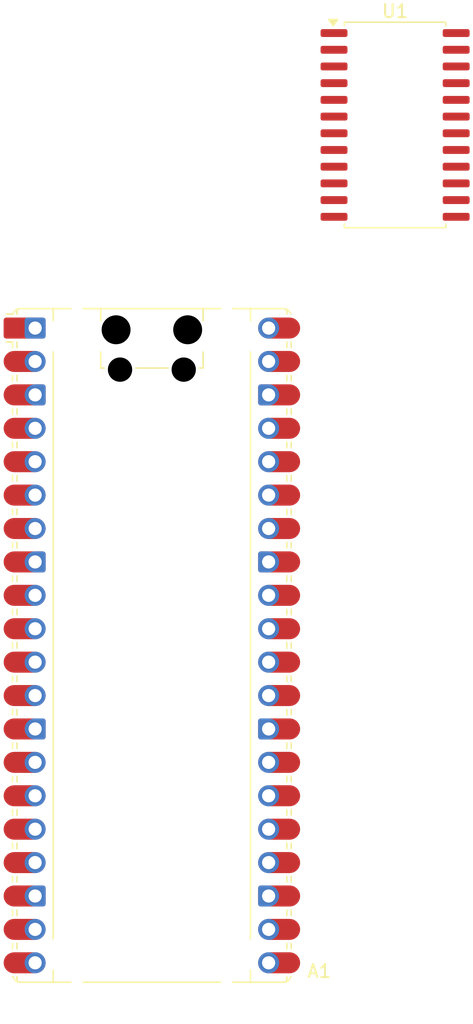
<source format=kicad_pcb>
(kicad_pcb (version 20241229) (generator "pcbnew") (generator_version "9.0")
  (layers (0 "F.Cu" signal) (2 "B.Cu" signal) (13 "F.Paste" user) (15 "B.Paste" user) (5 "F.SilkS" user "F.Silkscreen") (7 "B.SilkS" user "B.Silkscreen") (1 "F.Mask" user) (3 "B.Mask" user) (25 "Edge.Cuts" user))
  (net 0 "")
  (net 11 "Net-(A1-GND-Pad13)")
  (net 13 "/MTP_BIN_0")
  (footprint "Package_SO:SOIC-24W_7.5x15.4mm_P1.27mm" (layer "F.Cu") (at 30.085 8.075)
    (property "Reference" "U1" (at 0 -8.65 0) (layer "F.SilkS"))
    (property "Value" "CD74HC4067M")
    (fp_line (start -3.86 -7.81) (end -3.86 -7.545) (stroke (width 0.12)) (layer "F.SilkS"))
    (fp_line (start -3.86 7.81) (end -3.86 7.545) (stroke (width 0.12)) (layer "F.SilkS"))
    (fp_line (start 0 -7.81) (end -3.86 -7.81) (stroke (width 0.12)) (layer "F.SilkS"))
    (fp_line (start 0 -7.81) (end 3.86 -7.81) (stroke (width 0.12)) (layer "F.SilkS"))
    (fp_line (start 0 7.81) (end -3.86 7.81) (stroke (width 0.12)) (layer "F.SilkS"))
    (fp_line (start 0 7.81) (end 3.86 7.81) (stroke (width 0.12)) (layer "F.SilkS"))
    (fp_line (start 3.86 -7.81) (end 3.86 -7.545) (stroke (width 0.12)) (layer "F.SilkS"))
    (fp_line (start 3.86 7.81) (end 3.86 7.545) (stroke (width 0.12)) (layer "F.SilkS"))
    (fp_poly (pts (xy -4.7125 -7.545) (xy -5.0525 -8.015) (xy -4.3725 -8.015)) (stroke (width 0.12)) (fill yes) (layer "F.SilkS"))
    (pad "1" smd roundrect (at -4.65 -6.985) (size 2.05 0.6) (layers "F.Cu" "F.Mask" "F.Paste"))
    (pad "2" smd roundrect (at -4.65 -5.715) (size 2.05 0.6) (layers "F.Cu" "F.Mask" "F.Paste"))
    (pad "3" smd roundrect (at -4.65 -4.445) (size 2.05 0.6) (layers "F.Cu" "F.Mask" "F.Paste"))
    (pad "4" smd roundrect (at -4.65 -3.175) (size 2.05 0.6) (layers "F.Cu" "F.Mask" "F.Paste"))
    (pad "5" smd roundrect (at -4.65 -1.905) (size 2.05 0.6) (layers "F.Cu" "F.Mask" "F.Paste"))
    (pad "6" smd roundrect (at -4.65 -0.635) (size 2.05 0.6) (layers "F.Cu" "F.Mask" "F.Paste"))
    (pad "7" smd roundrect (at -4.65 0.635) (size 2.05 0.6) (layers "F.Cu" "F.Mask" "F.Paste"))
    (pad "8" smd roundrect (at -4.65 1.905) (size 2.05 0.6) (layers "F.Cu" "F.Mask" "F.Paste"))
    (pad "9" smd roundrect (at -4.65 3.175) (size 2.05 0.6) (layers "F.Cu" "F.Mask" "F.Paste"))
    (pad "10" smd roundrect (at -4.65 4.445) (size 2.05 0.6) (layers "F.Cu" "F.Mask" "F.Paste") (net 13 "/MTP_BIN_0"))
    (pad "11" smd roundrect (at -4.65 5.715) (size 2.05 0.6) (layers "F.Cu" "F.Mask" "F.Paste"))
    (pad "12" smd roundrect (at -4.65 6.985) (size 2.05 0.6) (layers "F.Cu" "F.Mask" "F.Paste"))
    (pad "13" smd roundrect (at 4.65 6.985) (size 2.05 0.6) (layers "F.Cu" "F.Mask" "F.Paste"))
    (pad "14" smd roundrect (at 4.65 5.715) (size 2.05 0.6) (layers "F.Cu" "F.Mask" "F.Paste"))
    (pad "15" smd roundrect (at 4.65 4.445) (size 2.05 0.6) (layers "F.Cu" "F.Mask" "F.Paste"))
    (pad "16" smd roundrect (at 4.65 3.175) (size 2.05 0.6) (layers "F.Cu" "F.Mask" "F.Paste"))
    (pad "17" smd roundrect (at 4.65 1.905) (size 2.05 0.6) (layers "F.Cu" "F.Mask" "F.Paste"))
    (pad "18" smd roundrect (at 4.65 0.635) (size 2.05 0.6) (layers "F.Cu" "F.Mask" "F.Paste"))
    (pad "19" smd roundrect (at 4.65 -0.635) (size 2.05 0.6) (layers "F.Cu" "F.Mask" "F.Paste"))
    (pad "20" smd roundrect (at 4.65 -1.905) (size 2.05 0.6) (layers "F.Cu" "F.Mask" "F.Paste"))
    (pad "21" smd roundrect (at 4.65 -3.175) (size 2.05 0.6) (layers "F.Cu" "F.Mask" "F.Paste"))
    (pad "22" smd roundrect (at 4.65 -4.445) (size 2.05 0.6) (layers "F.Cu" "F.Mask" "F.Paste"))
    (pad "23" smd roundrect (at 4.65 -5.715) (size 2.05 0.6) (layers "F.Cu" "F.Mask" "F.Paste"))
    (pad "24" smd roundrect (at 4.65 -6.985) (size 2.05 0.6) (layers "F.Cu" "F.Mask" "F.Paste"))
  )
  (footprint "Module:RaspberryPi_Pico_Common_Unspecified" (layer "F.Cu") (at 11.565 47.65)
    (property "Reference" "A1" (at 11.7475 24.765 0) (layer "F.SilkS") (effects (justify left)))
    (property "Value" "RaspberryPi_Pico")
    (fp_line (start -10.61 -23.07) (end -11.09 -23.07) (stroke (width 0.12)) (layer "F.SilkS"))
    (fp_line (start -10.61 -23.07) (end -10.61 -22.65) (stroke (width 0.12)) (layer "F.SilkS"))
    (fp_line (start -10.61 -20.53) (end -10.61 -20.11) (stroke (width 0.12)) (layer "F.SilkS"))
    (fp_line (start -10.61 -17.99) (end -10.61 -17.57) (stroke (width 0.12)) (layer "F.SilkS"))
    (fp_line (start -10.61 -15.45) (end -10.61 -15.03) (stroke (width 0.12)) (layer "F.SilkS"))
    (fp_line (start -10.61 -12.91) (end -10.61 -12.49) (stroke (width 0.12)) (layer "F.SilkS"))
    (fp_line (start -10.61 -10.37) (end -10.61 -9.95) (stroke (width 0.12)) (layer "F.SilkS"))
    (fp_line (start -10.61 -7.83) (end -10.61 -7.41) (stroke (width 0.12)) (layer "F.SilkS"))
    (fp_line (start -10.61 -5.29) (end -10.61 -4.87) (stroke (width 0.12)) (layer "F.SilkS"))
    (fp_line (start -10.61 -2.75) (end -10.61 -2.33) (stroke (width 0.12)) (layer "F.SilkS"))
    (fp_line (start -10.61 -0.21) (end -10.61 0.21) (stroke (width 0.12)) (layer "F.SilkS"))
    (fp_line (start -10.61 2.33) (end -10.61 2.75) (stroke (width 0.12)) (layer "F.SilkS"))
    (fp_line (start -10.61 4.87) (end -10.61 5.29) (stroke (width 0.12)) (layer "F.SilkS"))
    (fp_line (start -10.61 7.41) (end -10.61 7.83) (stroke (width 0.12)) (layer "F.SilkS"))
    (fp_line (start -10.61 9.95) (end -10.61 10.37) (stroke (width 0.12)) (layer "F.SilkS"))
    (fp_line (start -10.61 12.49) (end -10.61 12.91) (stroke (width 0.12)) (layer "F.SilkS"))
    (fp_line (start -10.61 15.03) (end -10.61 15.45) (stroke (width 0.12)) (layer "F.SilkS"))
    (fp_line (start -10.61 17.57) (end -10.61 17.99) (stroke (width 0.12)) (layer "F.SilkS"))
    (fp_line (start -10.61 20.11) (end -10.61 20.53) (stroke (width 0.12)) (layer "F.SilkS"))
    (fp_line (start -10.61 22.65) (end -10.61 23.07) (stroke (width 0.12)) (layer "F.SilkS"))
    (fp_line (start -10.579676 -25.19) (end -11.09 -25.19) (stroke (width 0.12)) (layer "F.SilkS"))
    (fp_line (start -10.27 -25.189937) (end -10.27 -25.547) (stroke (width 0.12)) (layer "F.SilkS"))
    (fp_line (start -10.27 -23.07) (end -10.27 -22.65) (stroke (width 0.12)) (layer "F.SilkS"))
    (fp_line (start -10.27 -20.53) (end -10.27 -20.11) (stroke (width 0.12)) (layer "F.SilkS"))
    (fp_line (start -10.27 -17.99) (end -10.27 -17.57) (stroke (width 0.12)) (layer "F.SilkS"))
    (fp_line (start -10.27 -15.45) (end -10.27 -15.03) (stroke (width 0.12)) (layer "F.SilkS"))
    (fp_line (start -10.27 -12.91) (end -10.27 -12.49) (stroke (width 0.12)) (layer "F.SilkS"))
    (fp_line (start -10.27 -10.37) (end -10.27 -9.95) (stroke (width 0.12)) (layer "F.SilkS"))
    (fp_line (start -10.27 -7.83) (end -10.27 -7.41) (stroke (width 0.12)) (layer "F.SilkS"))
    (fp_line (start -10.27 -5.29) (end -10.27 -4.87) (stroke (width 0.12)) (layer "F.SilkS"))
    (fp_line (start -10.27 -2.75) (end -10.27 -2.33) (stroke (width 0.12)) (layer "F.SilkS"))
    (fp_line (start -10.27 -0.21) (end -10.27 0.21) (stroke (width 0.12)) (layer "F.SilkS"))
    (fp_line (start -10.27 2.33) (end -10.27 2.75) (stroke (width 0.12)) (layer "F.SilkS"))
    (fp_line (start -10.27 4.87) (end -10.27 5.29) (stroke (width 0.12)) (layer "F.SilkS"))
    (fp_line (start -10.27 7.41) (end -10.27 7.83) (stroke (width 0.12)) (layer "F.SilkS"))
    (fp_line (start -10.27 9.95) (end -10.27 10.37) (stroke (width 0.12)) (layer "F.SilkS"))
    (fp_line (start -10.27 12.49) (end -10.27 12.91) (stroke (width 0.12)) (layer "F.SilkS"))
    (fp_line (start -10.27 15.03) (end -10.27 15.45) (stroke (width 0.12)) (layer "F.SilkS"))
    (fp_line (start -10.27 17.57) (end -10.27 17.99) (stroke (width 0.12)) (layer "F.SilkS"))
    (fp_line (start -10.27 20.11) (end -10.27 20.53) (stroke (width 0.12)) (layer "F.SilkS"))
    (fp_line (start -10.27 22.65) (end -10.27 23.07) (stroke (width 0.12)) (layer "F.SilkS"))
    (fp_line (start -10.27 25.189937) (end -10.27 25.547) (stroke (width 0.12)) (layer "F.SilkS"))
    (fp_line (start -10 -25.61) (end -7.51 -25.61) (stroke (width 0.12)) (layer "F.SilkS"))
    (fp_line (start -10 25.61) (end -6.162061 25.61) (stroke (width 0.12)) (layer "F.SilkS"))
    (fp_line (start -7.51 -25.61) (end -7.51 -24.69648) (stroke (width 0.12)) (layer "F.SilkS"))
    (fp_line (start -7.51 -25.61) (end -6.16206 -25.61) (stroke (width 0.12)) (layer "F.SilkS"))
    (fp_line (start -7.51 -22.30352) (end -7.51 22.30352) (stroke (width 0.12)) (layer "F.SilkS"))
    (fp_line (start -7.51 24.69648) (end -7.51 25.61) (stroke (width 0.12)) (layer "F.SilkS"))
    (fp_line (start -5.237939 -25.61) (end -4.235 -25.61) (stroke (width 0.12)) (layer "F.SilkS"))
    (fp_line (start -4.235 -25.61) (end 4.235 -25.61) (stroke (width 0.12)) (layer "F.SilkS"))
    (fp_line (start -3.9 -25.61) (end -3.9 -24.694) (stroke (width 0.12)) (layer "F.SilkS"))
    (fp_line (start -3.9 -22.306) (end -3.9 -21.09) (stroke (width 0.12)) (layer "F.SilkS"))
    (fp_line (start -3.9 -21.09) (end -3.60391 -21.09) (stroke (width 0.12)) (layer "F.SilkS"))
    (fp_line (start -3.6 25.61) (end -5.237939 25.61) (stroke (width 0.12)) (layer "F.SilkS"))
    (fp_line (start -1.24609 -21.09) (end 1.24609 -21.09) (stroke (width 0.12)) (layer "F.SilkS"))
    (fp_line (start 3.6 25.61) (end -3.6 25.61) (stroke (width 0.12)) (layer "F.SilkS"))
    (fp_line (start 3.60391 -21.09) (end 3.9 -21.09) (stroke (width 0.12)) (layer "F.SilkS"))
    (fp_line (start 3.9 -25.61) (end 3.9 -24.694) (stroke (width 0.12)) (layer "F.SilkS"))
    (fp_line (start 3.9 -22.306) (end 3.9 -21.09) (stroke (width 0.12)) (layer "F.SilkS"))
    (fp_line (start 4.235 -25.61) (end 5.237939 -25.61) (stroke (width 0.12)) (layer "F.SilkS"))
    (fp_line (start 5.237939 25.61) (end 3.6 25.61) (stroke (width 0.12)) (layer "F.SilkS"))
    (fp_line (start 6.162061 -25.61) (end 7.51 -25.61) (stroke (width 0.12)) (layer "F.SilkS"))
    (fp_line (start 6.162061 25.61) (end 10 25.61) (stroke (width 0.12)) (layer "F.SilkS"))
    (fp_line (start 7.51 -25.61) (end 7.51 -24.69648) (stroke (width 0.12)) (layer "F.SilkS"))
    (fp_line (start 7.51 -22.30352) (end 7.51 22.30352) (stroke (width 0.12)) (layer "F.SilkS"))
    (fp_line (start 7.51 24.69648) (end 7.51 25.61) (stroke (width 0.12)) (layer "F.SilkS"))
    (fp_line (start 10 -25.61) (end 7.51 -25.61) (stroke (width 0.12)) (layer "F.SilkS"))
    (fp_line (start 10.27 -25.189937) (end 10.27 -25.547) (stroke (width 0.12)) (layer "F.SilkS"))
    (fp_line (start 10.27 -23.07) (end 10.27 -22.65) (stroke (width 0.12)) (layer "F.SilkS"))
    (fp_line (start 10.27 -20.53) (end 10.27 -20.11) (stroke (width 0.12)) (layer "F.SilkS"))
    (fp_line (start 10.27 -17.99) (end 10.27 -17.57) (stroke (width 0.12)) (layer "F.SilkS"))
    (fp_line (start 10.27 -15.45) (end 10.27 -15.03) (stroke (width 0.12)) (layer "F.SilkS"))
    (fp_line (start 10.27 -12.91) (end 10.27 -12.49) (stroke (width 0.12)) (layer "F.SilkS"))
    (fp_line (start 10.27 -10.37) (end 10.27 -9.95) (stroke (width 0.12)) (layer "F.SilkS"))
    (fp_line (start 10.27 -7.83) (end 10.27 -7.41) (stroke (width 0.12)) (layer "F.SilkS"))
    (fp_line (start 10.27 -5.29) (end 10.27 -4.87) (stroke (width 0.12)) (layer "F.SilkS"))
    (fp_line (start 10.27 -2.75) (end 10.27 -2.33) (stroke (width 0.12)) (layer "F.SilkS"))
    (fp_line (start 10.27 -0.21) (end 10.27 0.21) (stroke (width 0.12)) (layer "F.SilkS"))
    (fp_line (start 10.27 2.33) (end 10.27 2.75) (stroke (width 0.12)) (layer "F.SilkS"))
    (fp_line (start 10.27 4.87) (end 10.27 5.29) (stroke (width 0.12)) (layer "F.SilkS"))
    (fp_line (start 10.27 7.41) (end 10.27 7.83) (stroke (width 0.12)) (layer "F.SilkS"))
    (fp_line (start 10.27 9.95) (end 10.27 10.37) (stroke (width 0.12)) (layer "F.SilkS"))
    (fp_line (start 10.27 12.49) (end 10.27 12.91) (stroke (width 0.12)) (layer "F.SilkS"))
    (fp_line (start 10.27 15.03) (end 10.27 15.45) (stroke (width 0.12)) (layer "F.SilkS"))
    (fp_line (start 10.27 17.57) (end 10.27 17.99) (stroke (width 0.12)) (layer "F.SilkS"))
    (fp_line (start 10.27 20.11) (end 10.27 20.53) (stroke (width 0.12)) (layer "F.SilkS"))
    (fp_line (start 10.27 22.65) (end 10.27 23.07) (stroke (width 0.12)) (layer "F.SilkS"))
    (fp_line (start 10.27 25.189937) (end 10.27 25.547) (stroke (width 0.12)) (layer "F.SilkS"))
    (fp_line (start 10.61 -23.07) (end 10.61 -22.65) (stroke (width 0.12)) (layer "F.SilkS"))
    (fp_line (start 10.61 -20.53) (end 10.61 -20.11) (stroke (width 0.12)) (layer "F.SilkS"))
    (fp_line (start 10.61 -17.99) (end 10.61 -17.57) (stroke (width 0.12)) (layer "F.SilkS"))
    (fp_line (start 10.61 -15.45) (end 10.61 -15.03) (stroke (width 0.12)) (layer "F.SilkS"))
    (fp_line (start 10.61 -12.91) (end 10.61 -12.49) (stroke (width 0.12)) (layer "F.SilkS"))
    (fp_line (start 10.61 -10.37) (end 10.61 -9.95) (stroke (width 0.12)) (layer "F.SilkS"))
    (fp_line (start 10.61 -7.83) (end 10.61 -7.41) (stroke (width 0.12)) (layer "F.SilkS"))
    (fp_line (start 10.61 -5.29) (end 10.61 -4.87) (stroke (width 0.12)) (layer "F.SilkS"))
    (fp_line (start 10.61 -2.75) (end 10.61 -2.33) (stroke (width 0.12)) (layer "F.SilkS"))
    (fp_line (start 10.61 -0.21) (end 10.61 0.21) (stroke (width 0.12)) (layer "F.SilkS"))
    (fp_line (start 10.61 2.33) (end 10.61 2.75) (stroke (width 0.12)) (layer "F.SilkS"))
    (fp_line (start 10.61 4.87) (end 10.61 5.29) (stroke (width 0.12)) (layer "F.SilkS"))
    (fp_line (start 10.61 7.41) (end 10.61 7.83) (stroke (width 0.12)) (layer "F.SilkS"))
    (fp_line (start 10.61 9.95) (end 10.61 10.37) (stroke (width 0.12)) (layer "F.SilkS"))
    (fp_line (start 10.61 12.49) (end 10.61 12.91) (stroke (width 0.12)) (layer "F.SilkS"))
    (fp_line (start 10.61 15.03) (end 10.61 15.45) (stroke (width 0.12)) (layer "F.SilkS"))
    (fp_line (start 10.61 17.57) (end 10.61 17.99) (stroke (width 0.12)) (layer "F.SilkS"))
    (fp_line (start 10.61 20.11) (end 10.61 20.53) (stroke (width 0.12)) (layer "F.SilkS"))
    (fp_line (start 10.61 22.65) (end 10.61 23.07) (stroke (width 0.12)) (layer "F.SilkS"))
    (fp_arc (start -10.579676 -25.19) (mid -10.357938 -25.493944) (end -10 -25.61) (stroke (width 0.12)) (layer "F.SilkS"))
    (fp_arc (start -10 25.61) (mid -10.357937 25.493944) (end -10.579676 25.189937) (stroke (width 0.12)) (layer "F.SilkS"))
    (fp_arc (start 10 -25.61) (mid 10.357937 -25.493944) (end 10.579676 -25.189937) (stroke (width 0.12)) (layer "F.SilkS"))
    (fp_arc (start 10.579676 25.189937) (mid 10.357946 25.493957) (end 10 25.61) (stroke (width 0.12)) (layer "F.SilkS"))
    (pad "" np_thru_hole circle (at -2.725 -24) (size 2.2 2.2) (drill 2.2) (layers "*.Mask"))
    (pad "" np_thru_hole circle (at -2.425 -20.97) (size 1.85 1.85) (drill 1.85) (layers "*.Mask"))
    (pad "" np_thru_hole circle (at 2.425 -20.97) (size 1.85 1.85) (drill 1.85) (layers "*.Mask"))
    (pad "" np_thru_hole circle (at 2.725 -24) (size 2.2 2.2) (drill 2.2) (layers "*.Mask"))
    (pad "1" smd custom (at -9.69 -24.13) (size 1.6 0.8) (layers "F.Cu" "F.Mask") (net 13 "/MTP_BIN_0") (options (clearance outline) (anchor rect)) (primitives (gr_circle (center 0.8 0) (end 1.6 0) (width 0) (fill yes)) (gr_poly (pts (xy -1.6 -0.6) (xy -1.6 0.6) (xy -1.4 0.8) (xy 0.8 0.8) (xy 0.8 -0.8) (xy -1.4 -0.8)) (width 0) (fill yes)) (gr_circle (center -1.4 -0.6) (end -1.2 -0.6) (width 0) (fill yes)) (gr_circle (center -1.4 0.6) (end -1.2 0.6) (width 0) (fill yes))))
    (pad "1" thru_hole roundrect (at -8.89 -24.13) (size 1.6 1.6) (drill 1) (layers "*.Cu" "*.Mask") (roundrect_rratio 0.125) (net 13 "/MTP_BIN_0"))
    (pad "2" smd roundrect (at -9.69 -21.59) (size 3.2 1.6) (layers "F.Cu" "F.Mask") (roundrect_rratio 0.5))
    (pad "2" thru_hole circle (at -8.89 -21.59) (size 1.6 1.6) (drill 1) (layers "*.Cu" "*.Mask"))
    (pad "3" smd custom (at -9.69 -19.05) (size 1.6 0.8) (layers "F.Cu" "F.Mask") (net 11 "Net-(A1-GND-Pad13)") (options (clearance outline) (anchor rect)) (primitives (gr_circle (center -0.8 0) (end 0 0) (width 0) (fill yes)) (gr_poly (pts (xy 1.6 -0.6) (xy 1.6 0.6) (xy 1.4 0.8) (xy -0.8 0.8) (xy -0.8 -0.8) (xy 1.4 -0.8)) (width 0) (fill yes)) (gr_circle (center 1.4 -0.6) (end 1.6 -0.6) (width 0) (fill yes)) (gr_circle (center 1.4 0.6) (end 1.6 0.6) (width 0) (fill yes))))
    (pad "3" thru_hole custom (at -8.89 -19.05) (size 1.6 1.6) (drill 1) (layers "*.Cu" "*.Mask") (net 11 "Net-(A1-GND-Pad13)") (options (clearance outline) (anchor circle)) (primitives (gr_poly (pts (xy 0.8 0.6) (xy 0.8 -0.6) (xy 0.6 -0.8) (xy 0 -0.8) (xy 0 0.8) (xy 0.6 0.8)) (width 0) (fill yes)) (gr_circle (center 0.6 0.6) (end 0.8 0.6) (width 0) (fill yes)) (gr_circle (center 0.6 -0.6) (end 0.8 -0.6) (width 0) (fill yes))))
    (pad "4" smd roundrect (at -9.69 -16.51) (size 3.2 1.6) (layers "F.Cu" "F.Mask") (roundrect_rratio 0.5))
    (pad "4" thru_hole circle (at -8.89 -16.51) (size 1.6 1.6) (drill 1) (layers "*.Cu" "*.Mask"))
    (pad "5" smd roundrect (at -9.69 -13.97) (size 3.2 1.6) (layers "F.Cu" "F.Mask") (roundrect_rratio 0.5))
    (pad "5" thru_hole circle (at -8.89 -13.97) (size 1.6 1.6) (drill 1) (layers "*.Cu" "*.Mask"))
    (pad "6" smd roundrect (at -9.69 -11.43) (size 3.2 1.6) (layers "F.Cu" "F.Mask") (roundrect_rratio 0.5))
    (pad "6" thru_hole circle (at -8.89 -11.43) (size 1.6 1.6) (drill 1) (layers "*.Cu" "*.Mask"))
    (pad "7" smd roundrect (at -9.69 -8.89) (size 3.2 1.6) (layers "F.Cu" "F.Mask") (roundrect_rratio 0.5))
    (pad "7" thru_hole circle (at -8.89 -8.89) (size 1.6 1.6) (drill 1) (layers "*.Cu" "*.Mask"))
    (pad "8" smd custom (at -9.69 -6.35) (size 1.6 0.8) (layers "F.Cu" "F.Mask") (net 11 "Net-(A1-GND-Pad13)") (options (clearance outline) (anchor rect)) (primitives (gr_circle (center -0.8 0) (end 0 0) (width 0) (fill yes)) (gr_poly (pts (xy 1.6 -0.6) (xy 1.6 0.6) (xy 1.4 0.8) (xy -0.8 0.8) (xy -0.8 -0.8) (xy 1.4 -0.8)) (width 0) (fill yes)) (gr_circle (center 1.4 -0.6) (end 1.6 -0.6) (width 0) (fill yes)) (gr_circle (center 1.4 0.6) (end 1.6 0.6) (width 0) (fill yes))))
    (pad "8" thru_hole custom (at -8.89 -6.35) (size 1.6 1.6) (drill 1) (layers "*.Cu" "*.Mask") (net 11 "Net-(A1-GND-Pad13)") (options (clearance outline) (anchor circle)) (primitives (gr_poly (pts (xy 0.8 0.6) (xy 0.8 -0.6) (xy 0.6 -0.8) (xy 0 -0.8) (xy 0 0.8) (xy 0.6 0.8)) (width 0) (fill yes)) (gr_circle (center 0.6 0.6) (end 0.8 0.6) (width 0) (fill yes)) (gr_circle (center 0.6 -0.6) (end 0.8 -0.6) (width 0) (fill yes))))
    (pad "9" smd roundrect (at -9.69 -3.81) (size 3.2 1.6) (layers "F.Cu" "F.Mask") (roundrect_rratio 0.5))
    (pad "9" thru_hole circle (at -8.89 -3.81) (size 1.6 1.6) (drill 1) (layers "*.Cu" "*.Mask"))
    (pad "10" smd roundrect (at -9.69 -1.27) (size 3.2 1.6) (layers "F.Cu" "F.Mask") (roundrect_rratio 0.5))
    (pad "10" thru_hole circle (at -8.89 -1.27) (size 1.6 1.6) (drill 1) (layers "*.Cu" "*.Mask"))
    (pad "11" smd roundrect (at -9.69 1.27) (size 3.2 1.6) (layers "F.Cu" "F.Mask") (roundrect_rratio 0.5))
    (pad "11" thru_hole circle (at -8.89 1.27) (size 1.6 1.6) (drill 1) (layers "*.Cu" "*.Mask"))
    (pad "12" smd roundrect (at -9.69 3.81) (size 3.2 1.6) (layers "F.Cu" "F.Mask") (roundrect_rratio 0.5))
    (pad "12" thru_hole circle (at -8.89 3.81) (size 1.6 1.6) (drill 1) (layers "*.Cu" "*.Mask"))
    (pad "13" smd custom (at -9.69 6.35) (size 1.6 0.8) (layers "F.Cu" "F.Mask") (net 11 "Net-(A1-GND-Pad13)") (options (clearance outline) (anchor rect)) (primitives (gr_circle (center -0.8 0) (end 0 0) (width 0) (fill yes)) (gr_poly (pts (xy 1.6 -0.6) (xy 1.6 0.6) (xy 1.4 0.8) (xy -0.8 0.8) (xy -0.8 -0.8) (xy 1.4 -0.8)) (width 0) (fill yes)) (gr_circle (center 1.4 -0.6) (end 1.6 -0.6) (width 0) (fill yes)) (gr_circle (center 1.4 0.6) (end 1.6 0.6) (width 0) (fill yes))))
    (pad "13" thru_hole custom (at -8.89 6.35) (size 1.6 1.6) (drill 1) (layers "*.Cu" "*.Mask") (net 11 "Net-(A1-GND-Pad13)") (options (clearance outline) (anchor circle)) (primitives (gr_poly (pts (xy 0.8 0.6) (xy 0.8 -0.6) (xy 0.6 -0.8) (xy 0 -0.8) (xy 0 0.8) (xy 0.6 0.8)) (width 0) (fill yes)) (gr_circle (center 0.6 0.6) (end 0.8 0.6) (width 0) (fill yes)) (gr_circle (center 0.6 -0.6) (end 0.8 -0.6) (width 0) (fill yes))))
    (pad "14" smd roundrect (at -9.69 8.89) (size 3.2 1.6) (layers "F.Cu" "F.Mask") (roundrect_rratio 0.5))
    (pad "14" thru_hole circle (at -8.89 8.89) (size 1.6 1.6) (drill 1) (layers "*.Cu" "*.Mask"))
    (pad "15" smd roundrect (at -9.69 11.43) (size 3.2 1.6) (layers "F.Cu" "F.Mask") (roundrect_rratio 0.5))
    (pad "15" thru_hole circle (at -8.89 11.43) (size 1.6 1.6) (drill 1) (layers "*.Cu" "*.Mask"))
    (pad "16" smd roundrect (at -9.69 13.97) (size 3.2 1.6) (layers "F.Cu" "F.Mask") (roundrect_rratio 0.5))
    (pad "16" thru_hole circle (at -8.89 13.97) (size 1.6 1.6) (drill 1) (layers "*.Cu" "*.Mask"))
    (pad "17" smd roundrect (at -9.69 16.51) (size 3.2 1.6) (layers "F.Cu" "F.Mask") (roundrect_rratio 0.5))
    (pad "17" thru_hole circle (at -8.89 16.51) (size 1.6 1.6) (drill 1) (layers "*.Cu" "*.Mask"))
    (pad "18" smd custom (at -9.69 19.05) (size 1.6 0.8) (layers "F.Cu" "F.Mask") (net 11 "Net-(A1-GND-Pad13)") (options (clearance outline) (anchor rect)) (primitives (gr_circle (center -0.8 0) (end 0 0) (width 0) (fill yes)) (gr_poly (pts (xy 1.6 -0.6) (xy 1.6 0.6) (xy 1.4 0.8) (xy -0.8 0.8) (xy -0.8 -0.8) (xy 1.4 -0.8)) (width 0) (fill yes)) (gr_circle (center 1.4 -0.6) (end 1.6 -0.6) (width 0) (fill yes)) (gr_circle (center 1.4 0.6) (end 1.6 0.6) (width 0) (fill yes))))
    (pad "18" thru_hole custom (at -8.89 19.05) (size 1.6 1.6) (drill 1) (layers "*.Cu" "*.Mask") (net 11 "Net-(A1-GND-Pad13)") (options (clearance outline) (anchor circle)) (primitives (gr_poly (pts (xy 0.8 0.6) (xy 0.8 -0.6) (xy 0.6 -0.8) (xy 0 -0.8) (xy 0 0.8) (xy 0.6 0.8)) (width 0) (fill yes)) (gr_circle (center 0.6 0.6) (end 0.8 0.6) (width 0) (fill yes)) (gr_circle (center 0.6 -0.6) (end 0.8 -0.6) (width 0) (fill yes))))
    (pad "19" smd roundrect (at -9.69 21.59) (size 3.2 1.6) (layers "F.Cu" "F.Mask") (roundrect_rratio 0.5))
    (pad "19" thru_hole circle (at -8.89 21.59) (size 1.6 1.6) (drill 1) (layers "*.Cu" "*.Mask"))
    (pad "20" smd roundrect (at -9.69 24.13) (size 3.2 1.6) (layers "F.Cu" "F.Mask") (roundrect_rratio 0.5))
    (pad "20" thru_hole circle (at -8.89 24.13) (size 1.6 1.6) (drill 1) (layers "*.Cu" "*.Mask"))
    (pad "21" thru_hole circle (at 8.89 24.13) (size 1.6 1.6) (drill 1) (layers "*.Cu" "*.Mask"))
    (pad "21" smd roundrect (at 9.69 24.13) (size 3.2 1.6) (layers "F.Cu" "F.Mask") (roundrect_rratio 0.5))
    (pad "22" thru_hole circle (at 8.89 21.59) (size 1.6 1.6) (drill 1) (layers "*.Cu" "*.Mask"))
    (pad "22" smd roundrect (at 9.69 21.59) (size 3.2 1.6) (layers "F.Cu" "F.Mask") (roundrect_rratio 0.5))
    (pad "23" thru_hole custom (at 8.89 19.05) (size 1.6 1.6) (drill 1) (layers "*.Cu" "*.Mask") (net 11 "Net-(A1-GND-Pad13)") (options (clearance outline) (anchor circle)) (primitives (gr_poly (pts (xy -0.8 0.6) (xy -0.8 -0.6) (xy -0.6 -0.8) (xy 0 -0.8) (xy 0 0.8) (xy -0.6 0.8)) (width 0) (fill yes)) (gr_circle (center -0.6 0.6) (end -0.4 0.6) (width 0) (fill yes)) (gr_circle (center -0.6 -0.6) (end -0.4 -0.6) (width 0) (fill yes))))
    (pad "23" smd custom (at 9.69 19.05) (size 1.6 0.8) (layers "F.Cu" "F.Mask") (net 11 "Net-(A1-GND-Pad13)") (options (clearance outline) (anchor rect)) (primitives (gr_circle (center 0.8 0) (end 1.6 0) (width 0) (fill yes)) (gr_poly (pts (xy -1.6 -0.6) (xy -1.6 0.6) (xy -1.4 0.8) (xy 0.8 0.8) (xy 0.8 -0.8) (xy -1.4 -0.8)) (width 0) (fill yes)) (gr_circle (center -1.4 -0.6) (end -1.2 -0.6) (width 0) (fill yes)) (gr_circle (center -1.4 0.6) (end -1.2 0.6) (width 0) (fill yes))))
    (pad "24" thru_hole circle (at 8.89 16.51) (size 1.6 1.6) (drill 1) (layers "*.Cu" "*.Mask"))
    (pad "24" smd roundrect (at 9.69 16.51) (size 3.2 1.6) (layers "F.Cu" "F.Mask") (roundrect_rratio 0.5))
    (pad "25" thru_hole circle (at 8.89 13.97) (size 1.6 1.6) (drill 1) (layers "*.Cu" "*.Mask"))
    (pad "25" smd roundrect (at 9.69 13.97) (size 3.2 1.6) (layers "F.Cu" "F.Mask") (roundrect_rratio 0.5))
    (pad "26" thru_hole circle (at 8.89 11.43) (size 1.6 1.6) (drill 1) (layers "*.Cu" "*.Mask"))
    (pad "26" smd roundrect (at 9.69 11.43) (size 3.2 1.6) (layers "F.Cu" "F.Mask") (roundrect_rratio 0.5))
    (pad "27" thru_hole circle (at 8.89 8.89) (size 1.6 1.6) (drill 1) (layers "*.Cu" "*.Mask"))
    (pad "27" smd roundrect (at 9.69 8.89) (size 3.2 1.6) (layers "F.Cu" "F.Mask") (roundrect_rratio 0.5))
    (pad "28" thru_hole custom (at 8.89 6.35) (size 1.6 1.6) (drill 1) (layers "*.Cu" "*.Mask") (net 11 "Net-(A1-GND-Pad13)") (options (clearance outline) (anchor circle)) (primitives (gr_poly (pts (xy -0.8 0.6) (xy -0.8 -0.6) (xy -0.6 -0.8) (xy 0 -0.8) (xy 0 0.8) (xy -0.6 0.8)) (width 0) (fill yes)) (gr_circle (center -0.6 0.6) (end -0.4 0.6) (width 0) (fill yes)) (gr_circle (center -0.6 -0.6) (end -0.4 -0.6) (width 0) (fill yes))))
    (pad "28" smd custom (at 9.69 6.35) (size 1.6 0.8) (layers "F.Cu" "F.Mask") (net 11 "Net-(A1-GND-Pad13)") (options (clearance outline) (anchor rect)) (primitives (gr_circle (center 0.8 0) (end 1.6 0) (width 0) (fill yes)) (gr_poly (pts (xy -1.6 -0.6) (xy -1.6 0.6) (xy -1.4 0.8) (xy 0.8 0.8) (xy 0.8 -0.8) (xy -1.4 -0.8)) (width 0) (fill yes)) (gr_circle (center -1.4 -0.6) (end -1.2 -0.6) (width 0) (fill yes)) (gr_circle (center -1.4 0.6) (end -1.2 0.6) (width 0) (fill yes))))
    (pad "29" thru_hole circle (at 8.89 3.81) (size 1.6 1.6) (drill 1) (layers "*.Cu" "*.Mask"))
    (pad "29" smd roundrect (at 9.69 3.81) (size 3.2 1.6) (layers "F.Cu" "F.Mask") (roundrect_rratio 0.5))
    (pad "30" thru_hole circle (at 8.89 1.27) (size 1.6 1.6) (drill 1) (layers "*.Cu" "*.Mask"))
    (pad "30" smd roundrect (at 9.69 1.27) (size 3.2 1.6) (layers "F.Cu" "F.Mask") (roundrect_rratio 0.5))
    (pad "31" thru_hole circle (at 8.89 -1.27) (size 1.6 1.6) (drill 1) (layers "*.Cu" "*.Mask"))
    (pad "31" smd roundrect (at 9.69 -1.27) (size 3.2 1.6) (layers "F.Cu" "F.Mask") (roundrect_rratio 0.5))
    (pad "32" thru_hole circle (at 8.89 -3.81) (size 1.6 1.6) (drill 1) (layers "*.Cu" "*.Mask"))
    (pad "32" smd roundrect (at 9.69 -3.81) (size 3.2 1.6) (layers "F.Cu" "F.Mask") (roundrect_rratio 0.5))
    (pad "33" thru_hole custom (at 8.89 -6.35) (size 1.6 1.6) (drill 1) (layers "*.Cu" "*.Mask") (options (clearance outline) (anchor circle)) (primitives (gr_poly (pts (xy -0.8 0.6) (xy -0.8 -0.6) (xy -0.6 -0.8) (xy 0 -0.8) (xy 0 0.8) (xy -0.6 0.8)) (width 0) (fill yes)) (gr_circle (center -0.6 0.6) (end -0.4 0.6) (width 0) (fill yes)) (gr_circle (center -0.6 -0.6) (end -0.4 -0.6) (width 0) (fill yes))))
    (pad "33" smd custom (at 9.69 -6.35) (size 1.6 0.8) (layers "F.Cu" "F.Mask") (options (clearance outline) (anchor rect)) (primitives (gr_circle (center 0.8 0) (end 1.6 0) (width 0) (fill yes)) (gr_poly (pts (xy -1.6 -0.6) (xy -1.6 0.6) (xy -1.4 0.8) (xy 0.8 0.8) (xy 0.8 -0.8) (xy -1.4 -0.8)) (width 0) (fill yes)) (gr_circle (center -1.4 -0.6) (end -1.2 -0.6) (width 0) (fill yes)) (gr_circle (center -1.4 0.6) (end -1.2 0.6) (width 0) (fill yes))))
    (pad "34" thru_hole circle (at 8.89 -8.89) (size 1.6 1.6) (drill 1) (layers "*.Cu" "*.Mask"))
    (pad "34" smd roundrect (at 9.69 -8.89) (size 3.2 1.6) (layers "F.Cu" "F.Mask") (roundrect_rratio 0.5))
    (pad "35" thru_hole circle (at 8.89 -11.43) (size 1.6 1.6) (drill 1) (layers "*.Cu" "*.Mask"))
    (pad "35" smd roundrect (at 9.69 -11.43) (size 3.2 1.6) (layers "F.Cu" "F.Mask") (roundrect_rratio 0.5))
    (pad "36" thru_hole circle (at 8.89 -13.97) (size 1.6 1.6) (drill 1) (layers "*.Cu" "*.Mask"))
    (pad "36" smd roundrect (at 9.69 -13.97) (size 3.2 1.6) (layers "F.Cu" "F.Mask") (roundrect_rratio 0.5))
    (pad "37" thru_hole circle (at 8.89 -16.51) (size 1.6 1.6) (drill 1) (layers "*.Cu" "*.Mask"))
    (pad "37" smd roundrect (at 9.69 -16.51) (size 3.2 1.6) (layers "F.Cu" "F.Mask") (roundrect_rratio 0.5))
    (pad "38" thru_hole custom (at 8.89 -19.05) (size 1.6 1.6) (drill 1) (layers "*.Cu" "*.Mask") (net 11 "Net-(A1-GND-Pad13)") (options (clearance outline) (anchor circle)) (primitives (gr_poly (pts (xy -0.8 0.6) (xy -0.8 -0.6) (xy -0.6 -0.8) (xy 0 -0.8) (xy 0 0.8) (xy -0.6 0.8)) (width 0) (fill yes)) (gr_circle (center -0.6 0.6) (end -0.4 0.6) (width 0) (fill yes)) (gr_circle (center -0.6 -0.6) (end -0.4 -0.6) (width 0) (fill yes))))
    (pad "38" smd custom (at 9.69 -19.05) (size 1.6 0.8) (layers "F.Cu" "F.Mask") (net 11 "Net-(A1-GND-Pad13)") (options (clearance outline) (anchor rect)) (primitives (gr_circle (center 0.8 0) (end 1.6 0) (width 0) (fill yes)) (gr_poly (pts (xy -1.6 -0.6) (xy -1.6 0.6) (xy -1.4 0.8) (xy 0.8 0.8) (xy 0.8 -0.8) (xy -1.4 -0.8)) (width 0) (fill yes)) (gr_circle (center -1.4 -0.6) (end -1.2 -0.6) (width 0) (fill yes)) (gr_circle (center -1.4 0.6) (end -1.2 0.6) (width 0) (fill yes))))
    (pad "39" thru_hole circle (at 8.89 -21.59) (size 1.6 1.6) (drill 1) (layers "*.Cu" "*.Mask"))
    (pad "39" smd roundrect (at 9.69 -21.59) (size 3.2 1.6) (layers "F.Cu" "F.Mask") (roundrect_rratio 0.5))
    (pad "40" thru_hole circle (at 8.89 -24.13) (size 1.6 1.6) (drill 1) (layers "*.Cu" "*.Mask"))
    (pad "40" smd roundrect (at 9.69 -24.13) (size 3.2 1.6) (layers "F.Cu" "F.Mask") (roundrect_rratio 0.5))
  )
)
</source>
